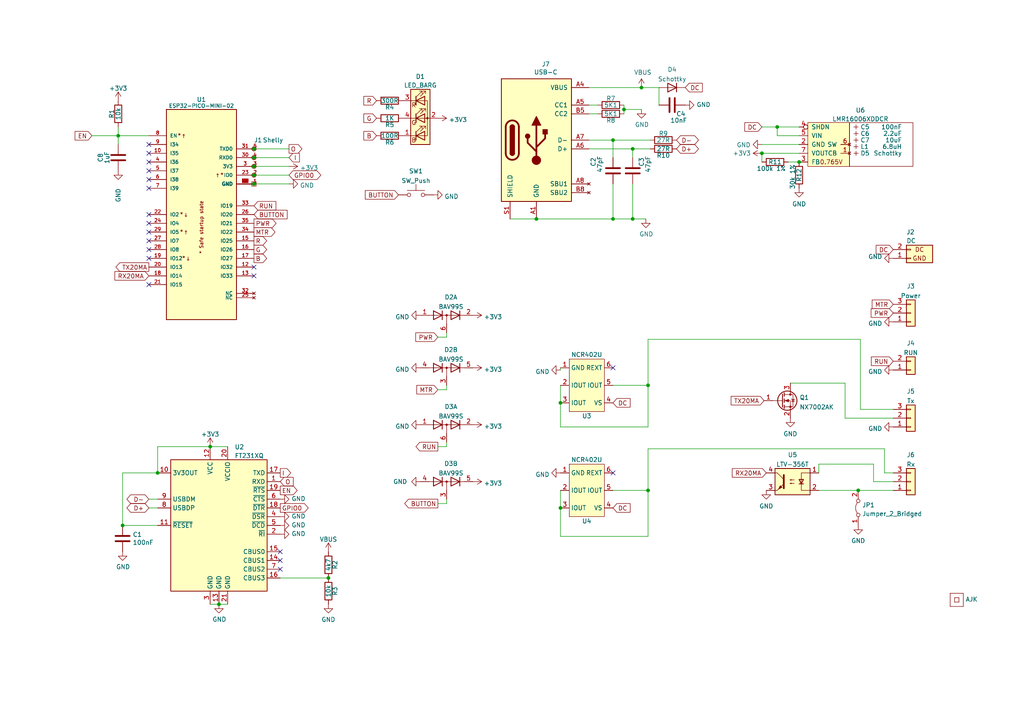
<source format=kicad_sch>
(kicad_sch (version 20230121) (generator eeschema)
  (paper "A4")
  (title_block (title "ASR33 controller") (rev "1") (comment 1 "@TheRealRevK") (comment 2 "www.me.uk"))
  (lib_symbols
    (symbol "Connector_Generic:Conn_01x02" (pin_names (offset 1.016) hide)
      (property "Reference" "J" (at 0 2.54 0))
      (property "Value" "Conn_01x02" (at 0 -5.08 0))
      (symbol "Conn_01x02_1_1"
        (pin passive line (at -5.08 0 0) (length 3.81) (name "Pin_1") (number "1"))
        (pin passive line (at -5.08 -2.54 0) (length 3.81) (name "Pin_2") (number "2"))
      )
    )
    (symbol "Connector_Generic:Conn_01x03" (pin_names (offset 1.016) hide)
      (property "Reference" "J" (at 0 5.08 0))
      (property "Value" "Conn_01x03" (at 0 -5.08 0))
      (symbol "Conn_01x03_1_1"
        (pin passive line (at -5.08 2.54 0) (length 3.81) (name "Pin_1") (number "1"))
        (pin passive line (at -5.08 0 0) (length 3.81) (name "Pin_2") (number "2"))
        (pin passive line (at -5.08 -2.54 0) (length 3.81) (name "Pin_3") (number "3"))
      )
    )
    (symbol "Device:C" (pin_numbers hide) (pin_names (offset 0.254))
      (property "Reference" "C" (at 0.635 2.54 0))
      (property "Value" "C" (at 0.635 -2.54 0))
      (symbol "C_1_1"
        (pin passive line (at 0 3.81 270) (length 2.794) (name "~") (number "1"))
        (pin passive line (at 0 -3.81 90) (length 2.794) (name "~") (number "2"))
      )
    )
    (symbol "Device:D" (pin_numbers hide) (pin_names (offset 1.016) hide)
      (property "Reference" "D" (at 0 2.54 0))
      (property "Value" "D" (at 0 -2.54 0))
      (symbol "D_1_1"
        (pin passive line (at -3.81 0 0) (length 2.54) (name "K") (number "1"))
        (pin passive line (at 3.81 0 180) (length 2.54) (name "A") (number "2"))
      )
    )
    (symbol "Device:LED_BARG" (pin_names (offset 0) hide)
      (property "Reference" "D" (at 0 9.398 0))
      (property "Value" "LED_BARG" (at 0 -8.89 0))
      (symbol "LED_BARG_0_0"
        (text "B" (at -1.905 -6.35 0) (effects (font (size 1.27 1.27))))
        (text "G" (at -1.905 -1.27 0) (effects (font (size 1.27 1.27))))
        (text "R" (at -1.905 3.81 0) (effects (font (size 1.27 1.27))))
      )
      (symbol "LED_BARG_1_1"
        (pin passive line (at -5.08 -5.08 0) (length 2.54) (name "BK") (number "1"))
        (pin passive line (at 5.08 0 180) (length 2.54) (name "A") (number "2"))
        (pin passive line (at -5.08 5.08 0) (length 2.54) (name "RK") (number "3"))
        (pin passive line (at -5.08 0 0) (length 2.54) (name "GK") (number "4"))
      )
    )
    (symbol "Device:R" (pin_numbers hide) (pin_names (offset 0))
      (property "Reference" "R" (at 2.032 0 90))
      (property "Value" "R" (at 0 0 90))
      (symbol "R_1_1"
        (pin passive line (at 0 3.81 270) (length 1.27) (name "~") (number "1"))
        (pin passive line (at 0 -3.81 90) (length 1.27) (name "~") (number "2"))
      )
    )
    (symbol "Diode:BAV99S" (pin_names (offset 0.0254) hide)
      (property "Reference" "D" (at 0 2.54 0))
      (property "Value" "BAV99S" (at 0 5.08 0))
      (symbol "BAV99S_1_1"
        (pin passive line (at -7.62 0 0) (length 2.54) (name "A1") (number "1"))
        (pin passive line (at 7.62 0 180) (length 2.54) (name "K2") (number "2"))
        (pin passive line (at 0 -5.08 90) (length 2.54) (name "K3A4") (number "6"))
      )
      (symbol "BAV99S_2_1"
        (pin passive line (at 0 -5.08 90) (length 2.54) (name "K1A2") (number "3"))
        (pin passive line (at -7.62 0 0) (length 2.54) (name "A3") (number "4"))
        (pin passive line (at 7.62 0 180) (length 2.54) (name "K4") (number "5"))
      )
    )
    (symbol "Isolator:LTV-356T" (pin_names (offset 1.016))
      (property "Reference" "U" (at -5.334 4.826 0))
      (property "Value" "LTV-356T" (at 0 5.08 0))
      (symbol "LTV-356T_1_1"
        (pin passive line (at -7.62 2.54 0) (length 2.54) (name "~") (number "1"))
        (pin passive line (at -7.62 -2.54 0) (length 2.54) (name "~") (number "2"))
        (pin passive line (at 7.62 -2.54 180) (length 2.54) (name "~") (number "3"))
        (pin passive line (at 7.62 2.54 180) (length 2.54) (name "~") (number "4"))
      )
    )
    (symbol "Jumper:Jumper_2_Bridged" (pin_names (offset 0) hide)
      (property "Reference" "JP" (at 0 1.905 0))
      (property "Value" "Jumper_2_Bridged" (at 0 -2.54 0))
      (symbol "Jumper_2_Bridged_1_1"
        (pin passive line (at -5.08 0 0) (length 2.54) (name "A") (number "1"))
        (pin passive line (at 5.08 0 180) (length 2.54) (name "B") (number "2"))
      )
    )
    (symbol "RevK:AJK" (pin_names (offset 1.016)) (in_bom no)
      (property "Value" "AJK" (at 0 0 0))
    )
    (symbol "RevK:ESP32-PICO-MINI-02" (pin_names (offset 1.016))
      (property "Reference" "U" (at -10.16 -33.02 0))
      (property "Value" "ESP32-PICO-MINI-02" (at 0 27.94 0))
      (property "LCSC Part #" "C2980306" (at 0 0 0))
      (symbol "ESP32-PICO-MINI-02_0_0"
        (text "* Safe startup state" (at 0 -11.43 900) (effects (font (size 1 1)) (justify left)))
        (text "*↑" (at -6.985 22.86 0) (effects (font (size 1.27 1.27)) (justify left)))
        (text "*↑" (at -6.35 -5.08 0) (effects (font (size 1.27 1.27)) (justify left)))
        (text "*↓" (at -6.35 0 0) (effects (font (size 1.27 1.27)) (justify left)))
        (text "*↓" (at -5.715 -12.7 0) (effects (font (size 1.27 1.27)) (justify left)))
        (text "↑*" (at 3.81 11.43 0) (effects (font (size 1.27 1.27)) (justify left)))
        (pin power_in line (at 15.24 8.89 180) (length 5.08) (name "GND") (number "1"))
        (pin input line (at -15.24 17.78 0) (length 5.08) (name "I35") (number "10"))
        (pin power_in line (at 15.24 8.89 180) (length 5.08) (name "GND") (number "11"))
        (pin bidirectional line (at 15.24 -15.24 180) (length 5.08) (name "IO32") (number "12"))
        (pin bidirectional line (at 15.24 -17.78 180) (length 5.08) (name "IO33") (number "13"))
        (pin power_in line (at 15.24 8.89 180) (length 5.08) (name "GND") (number "14"))
        (pin bidirectional line (at 15.24 -7.62 180) (length 5.08) (name "IO25") (number "15"))
        (pin bidirectional line (at 15.24 -10.16 180) (length 5.08) (name "IO26") (number "16"))
        (pin bidirectional line (at 15.24 -12.7 180) (length 5.08) (name "IO27") (number "17"))
        (pin bidirectional line (at -15.24 -17.78 0) (length 5.08) (name "IO14") (number "18"))
        (pin bidirectional line (at -15.24 -12.7 0) (length 5.08) (name "IO12") (number "19"))
        (pin power_in line (at 15.24 8.89 180) (length 5.08) (name "GND") (number "2"))
        (pin bidirectional line (at -15.24 -15.24 0) (length 5.08) (name "IO13") (number "20"))
        (pin bidirectional line (at -15.24 -20.32 0) (length 5.08) (name "IO15") (number "21"))
        (pin bidirectional line (at -15.24 0 0) (length 5.08) (name "IO2") (number "22"))
        (pin bidirectional line (at 15.24 11.43 180) (length 5.08) (name "IO0") (number "23"))
        (pin bidirectional line (at -15.24 -2.54 0) (length 5.08) (name "IO4") (number "24"))
        (pin no_connect line (at 15.24 -24.13 180) (length 5.08) (name "NC") (number "25"))
        (pin bidirectional line (at 15.24 0 180) (length 5.08) (name "IO20") (number "26"))
        (pin bidirectional line (at -15.24 -7.62 0) (length 5.08) (name "IO7") (number "27"))
        (pin bidirectional line (at -15.24 -10.16 0) (length 5.08) (name "IO8") (number "28"))
        (pin bidirectional line (at -15.24 -5.08 0) (length 5.08) (name "IO5") (number "29"))
        (pin power_in line (at 15.24 13.97 180) (length 5.08) (name "3V3") (number "3"))
        (pin bidirectional line (at 15.24 16.51 180) (length 5.08) (name "RXD0") (number "30"))
        (pin bidirectional line (at 15.24 19.05 180) (length 5.08) (name "TXD0") (number "31"))
        (pin no_connect line (at 15.24 -22.86 180) (length 5.08) (name "NC") (number "32"))
        (pin bidirectional line (at 15.24 2.54 180) (length 5.08) (name "IO19") (number "33"))
        (pin bidirectional line (at 15.24 -5.08 180) (length 5.08) (name "IO22") (number "34"))
        (pin bidirectional line (at 15.24 -2.54 180) (length 5.08) (name "IO21") (number "35"))
        (pin power_in line (at 15.24 8.89 180) (length 5.08) (name "GND") (number "36"))
        (pin power_in line (at 15.24 8.89 180) (length 5.08) (name "GND") (number "37"))
        (pin power_in line (at 15.24 8.89 180) (length 5.08) (name "GND") (number "38"))
        (pin power_in line (at 15.24 8.89 180) (length 5.08) (name "GND") (number "39"))
        (pin input line (at -15.24 15.24 0) (length 5.08) (name "I36") (number "4"))
        (pin power_in line (at 15.24 8.89 180) (length 5.08) (name "GND") (number "40"))
        (pin power_in line (at 15.24 8.89 180) (length 5.08) (name "GND") (number "41"))
        (pin power_in line (at 15.24 8.89 180) (length 5.08) (name "GND") (number "42"))
        (pin power_in line (at 15.24 8.89 180) (length 5.08) (name "GND") (number "43"))
        (pin power_in line (at 15.24 8.89 180) (length 5.08) (name "GND") (number "44"))
        (pin power_in line (at 15.24 8.89 180) (length 5.08) (name "GND") (number "45"))
        (pin power_in line (at 15.24 8.89 180) (length 5.08) (name "GND") (number "46"))
        (pin power_in line (at 15.24 8.89 180) (length 5.08) (name "GND") (number "47"))
        (pin power_in line (at 15.24 8.89 180) (length 5.08) (name "GND") (number "48"))
        (pin power_in line (at 15.24 8.89 180) (length 5.08) (name "GND") (number "49"))
        (pin input line (at -15.24 12.7 0) (length 5.08) (name "I37") (number "5"))
        (pin power_in line (at 15.24 8.89 180) (length 5.08) (name "GND") (number "50"))
        (pin power_in line (at 15.24 8.89 180) (length 5.08) (name "GND") (number "51"))
        (pin power_in line (at 15.24 8.89 180) (length 5.08) (name "GND") (number "52"))
        (pin power_in line (at 15.24 8.89 180) (length 5.08) (name "GND") (number "53"))
        (pin input line (at -15.24 10.16 0) (length 5.08) (name "I38") (number "6"))
        (pin input line (at -15.24 7.62 0) (length 5.08) (name "I39") (number "7"))
        (pin input line (at -15.24 22.86 0) (length 5.08) (name "EN") (number "8"))
        (pin input line (at -15.24 20.32 0) (length 5.08) (name "I34") (number "9"))
      )
    )
    (symbol "RevK:FT231XQ"
      (property "Reference" "U" (at -13.97 20.32 0))
      (property "Value" "FT231XQ" (at 6.35 20.32 0))
      (symbol "FT231XQ_1_1"
        (pin input line (at 17.78 12.7 180) (length 3.81) (name "RXD") (number "1"))
        (pin passive line (at -17.78 15.24 0) (length 3.81) (name "3V3OUT") (number "10"))
        (pin input line (at -17.78 0 0) (length 3.81) (name "~{RESET}") (number "11"))
        (pin power_in line (at -2.54 22.86 270) (length 3.81) (name "VCC") (number "12"))
        (pin power_in line (at 0 -22.86 90) (length 3.81) (name "GND") (number "13"))
        (pin bidirectional line (at 17.78 -10.16 180) (length 3.81) (name "CBUS1") (number "14"))
        (pin bidirectional line (at 17.78 -7.62 180) (length 3.81) (name "CBUS0") (number "15"))
        (pin bidirectional line (at 17.78 -15.24 180) (length 3.81) (name "CBUS3") (number "16"))
        (pin output line (at 17.78 15.24 180) (length 3.81) (name "TXD") (number "17"))
        (pin output line (at 17.78 5.08 180) (length 3.81) (name "~{DTR}") (number "18"))
        (pin output line (at 17.78 10.16 180) (length 3.81) (name "~{RTS}") (number "19"))
        (pin input line (at 17.78 -2.54 180) (length 3.81) (name "~{RI}") (number "2"))
        (pin power_in line (at 2.54 22.86 270) (length 3.81) (name "VCCIO") (number "20"))
        (pin power_in line (at 2.54 -22.86 90) (length 3.81) (name "GND") (number "21"))
        (pin power_in line (at -2.54 -22.86 90) (length 3.81) (name "GND") (number "3"))
        (pin input line (at 17.78 2.54 180) (length 3.81) (name "~{DSR}") (number "4"))
        (pin input line (at 17.78 0 180) (length 3.81) (name "~{DCD}") (number "5"))
        (pin input line (at 17.78 7.62 180) (length 3.81) (name "~{CTS}") (number "6"))
        (pin bidirectional line (at 17.78 -12.7 180) (length 3.81) (name "CBUS2") (number "7"))
        (pin bidirectional line (at -17.78 5.08 0) (length 3.81) (name "USBDP") (number "8"))
        (pin bidirectional line (at -17.78 7.62 0) (length 3.81) (name "USBDM") (number "9"))
      )
    )
    (symbol "RevK:Hidden" (pin_names (offset 1.016))
      (property "Reference" "Z" (at 0.635 0 0))
      (property "Value" "Hidden" (at 4.445 0 0))
      (symbol "Hidden_1_1"
        (pin no_connect non_logic (at 0 -2.54 90) (length 2.54) hide (name "~") (number "~"))
      )
    )
    (symbol "RevK:LMR16006XDDCR" (pin_names (offset 1.016))
      (property "Reference" "U" (at 11.43 2.54 0))
      (property "Value" "LMR16006XDDCR" (at 7.62 -12.7 0))
      (symbol "LMR16006XDDCR_0_0"
        (text "0.765V" (at 12.7 -10.16 0) (effects (font (size 1.27 1.27)) (justify right)))
      )
      (symbol "LMR16006XDDCR_1_1"
        (pin no_connect line (at 14.605 -7.62 180) (length 2.54) (name "CB") (number "1"))
        (pin power_in line (at 0 -5.08 0) (length 2.54) (name "GND") (number "2"))
        (pin passive line (at 0 -10.16 0) (length 2.54) (name "FB") (number "3"))
        (pin input inverted (at 0 0 0) (length 2.54) (name "SHDN") (number "4"))
        (pin power_in line (at 0 -2.54 0) (length 2.54) (name "VIN") (number "5"))
        (pin no_connect line (at 14.605 -5.08 180) (length 2.54) (name "SW") (number "6"))
        (pin power_out line (at 0 -7.62 0) (length 2.54) (name "VOUT") (number "7"))
      )
    )
    (symbol "RevK:NCR402U"
      (property "Reference" "U" (at 0 -8.89 0))
      (property "Value" "NCR402U" (at 0 8.89 0))
      (symbol "NCR402U_1_1"
        (pin power_in line (at -7.62 5.08 0) (length 2.54) (name "GND") (number "1"))
        (pin passive line (at -7.62 0 0) (length 2.54) (name "IOUT") (number "2"))
        (pin passive line (at -7.62 -5.08 0) (length 2.54) (name "IOUT") (number "3"))
        (pin power_in line (at 7.62 -5.08 180) (length 2.54) (name "VS") (number "4"))
        (pin passive line (at 7.62 0 180) (length 2.54) (name "IOUT") (number "5"))
        (pin passive line (at 7.62 5.08 180) (length 2.54) (name "REXT") (number "6"))
      )
    )
    (symbol "RevK:NX7002AK" (pin_names (offset 0) hide)
      (property "Reference" "Q" (at 5.08 1.27 0))
      (property "Value" "NX7002AK" (at 5.08 -1.27 0))
      (symbol "NX7002AK_1_1"
        (pin input line (at -5.08 0 0) (length 2.54) (name "G") (number "1"))
        (pin passive line (at 2.54 -5.08 90) (length 2.54) (name "S") (number "2"))
        (pin passive line (at 2.54 5.08 270) (length 2.54) (name "D") (number "3"))
      )
    )
    (symbol "RevK:PowerIn" (pin_names (offset 1.016) hide)
      (property "Reference" "J" (at 0 2.54 0))
      (property "Value" "PowerIn" (at 2.54 -5.08 0))
      (symbol "PowerIn_0_0"
        (text "DC" (at 2.54 -2.54 0) (effects (font (size 1.27 1.27))))
        (text "GND" (at 2.54 0 0) (effects (font (size 1.27 1.27))))
      )
      (symbol "PowerIn_1_1"
        (pin power_in line (at -5.08 0 0) (length 3.81) (name "GND") (number "1"))
        (pin power_out line (at -5.08 -2.54 0) (length 3.81) (name "DC") (number "2"))
      )
    )
    (symbol "RevK:QR" (pin_names (offset 1.016)) (in_bom no))
    (symbol "RevK:Shelly" (in_bom no)
      (property "Reference" "J" (at 2.54 -8.255 0))
      (property "Value" "Shelly" (at 2.54 9.525 0))
      (symbol "Shelly_1_1"
        (pin passive line (at 0 -5.08 0) (length 0.64) (name "GND") (number "1"))
        (pin passive line (at 0 -2.54 0) (length 0.64) (name "0") (number "2"))
        (pin passive line (at 0 0 0) (length 0.64) (name "3V3") (number "3"))
        (pin passive line (at 0 2.54 0) (length 0.64) (name "Rx") (number "4"))
        (pin passive line (at 0 5.08 0) (length 0.64) (name "Tx") (number "5"))
      )
    )
    (symbol "RevK:USB-C" (pin_names (offset 1.016))
      (property "Reference" "J" (at -10.16 19.05 0))
      (property "Value" "USB-C" (at -7.62 15.24 0))
      (symbol "USB-C_1_1"
        (pin power_out line (at 0 -22.86 90) (length 5.08) (name "GND") (number "A1"))
        (pin passive line (at 0 -22.86 90) (length 5.08) hide (name "GND") (number "A12"))
        (pin power_out line (at 15.24 15.24 180) (length 5.08) (name "VBUS") (number "A4"))
        (pin bidirectional line (at 15.24 10.16 180) (length 5.08) (name "CC1") (number "A5"))
        (pin bidirectional line (at 15.24 -2.54 180) (length 5.08) (name "D+") (number "A6"))
        (pin bidirectional line (at 15.24 0 180) (length 5.08) (name "D-") (number "A7"))
        (pin no_connect line (at 15.24 -12.7 180) (length 5.08) (name "SBU1") (number "A8"))
        (pin passive line (at 15.24 15.24 180) (length 5.08) hide (name "VBUS") (number "A9"))
        (pin passive line (at 0 -22.86 90) (length 5.08) hide (name "GND") (number "B1"))
        (pin passive line (at 0 -22.86 90) (length 5.08) hide (name "GND") (number "B12"))
        (pin passive line (at 15.24 15.24 180) (length 5.08) hide (name "VBUS") (number "B4"))
        (pin bidirectional line (at 15.24 7.62 180) (length 5.08) (name "CC2") (number "B5"))
        (pin bidirectional line (at 15.24 -2.54 180) (length 5.08) hide (name "D+") (number "B6"))
        (pin bidirectional line (at 15.24 0 180) (length 5.08) hide (name "D-") (number "B7"))
        (pin no_connect line (at 15.24 -15.24 180) (length 5.08) (name "SBU2") (number "B8"))
        (pin passive line (at 15.24 15.24 180) (length 5.08) hide (name "VBUS") (number "B9"))
        (pin passive line (at -7.62 -22.86 90) (length 5.08) (name "SHIELD") (number "S1"))
      )
    )
    (symbol "Switch:SW_Push" (pin_numbers hide) (pin_names (offset 1.016) hide)
      (property "Reference" "SW" (at 1.27 2.54 0))
      (property "Value" "SW_Push" (at 0 -1.524 0))
      (symbol "SW_Push_0_1"
        (pin passive line (at -5.08 0 0) (length 2.54) (name "1") (number "1"))
        (pin passive line (at 5.08 0 180) (length 2.54) (name "2") (number "2"))
      )
    )
    (symbol "power:+3.3V" (power) (pin_names (offset 0))
      (property "Value" "+3.3V" (at 0 3.556 0))
      (symbol "+3.3V_1_1"
        (pin power_in line (at 0 0 90) (length 0) hide (name "+3V3") (number "1"))
      )
    )
    (symbol "power:GND" (power) (pin_names (offset 0))
      (property "Value" "GND" (at 0 -3.81 0))
      (symbol "GND_1_1"
        (pin power_in line (at 0 0 270) (length 0) hide (name "GND") (number "1"))
      )
    )
    (symbol "power:VBUS" (power) (pin_names (offset 0))
      (property "Value" "VBUS" (at 0 3.81 0))
      (symbol "VBUS_1_1"
        (pin power_in line (at 0 0 90) (length 0) hide (name "VBUS") (number "1"))
      )
    )
  )
  (junction (at 183.515 43.18))
  (junction (at 34.29 39.37))
  (junction (at 73.66 48.26))
  (junction (at 183.515 63.5))
  (junction (at 162.56 116.84))
  (junction (at 60.96 129.54))
  (junction (at 225.425 36.83))
  (junction (at 231.775 46.99))
  (junction (at 45.72 137.16))
  (junction (at 73.66 45.72))
  (junction (at 95.25 167.64))
  (junction (at 73.66 43.18))
  (junction (at 155.575 63.5))
  (junction (at 248.92 142.24))
  (junction (at 73.66 53.34))
  (junction (at 63.5 175.26))
  (junction (at 35.56 152.4))
  (junction (at 220.98 44.45))
  (junction (at 73.66 50.8))
  (junction (at 187.96 142.24))
  (junction (at 177.8 63.5))
  (junction (at 187.96 111.76))
  (junction (at 186.055 25.4))
  (junction (at 177.8 40.64))
  (junction (at 162.56 147.32))
  (junction (at 180.975 31.75))
  (no_connect (at 177.8 106.68))
  (no_connect (at 43.18 74.93))
  (no_connect (at 43.18 62.23))
  (no_connect (at 43.18 67.31))
  (no_connect (at 81.28 165.1))
  (no_connect (at 43.18 41.91))
  (no_connect (at 43.18 44.45))
  (no_connect (at 43.18 46.99))
  (no_connect (at 43.18 49.53))
  (no_connect (at 43.18 52.07))
  (no_connect (at 43.18 54.61))
  (no_connect (at 43.18 64.77))
  (no_connect (at 43.18 69.85))
  (no_connect (at 43.18 82.55))
  (no_connect (at 43.18 72.39))
  (no_connect (at 73.66 80.01))
  (no_connect (at 73.66 77.47))
  (no_connect (at 177.8 137.16))
  (no_connect (at 81.28 160.02))
  (no_connect (at 81.28 162.56))
  (wire (pts (xy 225.425 39.37) (xy 231.775 39.37)))
  (wire (pts (xy 129.54 146.05) (xy 127 146.05)))
  (wire (pts (xy 183.515 43.18) (xy 188.595 43.18)))
  (wire (pts (xy 177.8 53.34) (xy 177.8 63.5)))
  (wire (pts (xy 35.56 152.4) (xy 45.72 152.4)))
  (wire (pts (xy 180.975 31.75) (xy 180.975 33.02)))
  (wire (pts (xy 187.96 98.425) (xy 249.555 98.425)))
  (wire (pts (xy 186.055 25.4) (xy 191.135 25.4)))
  (wire (pts (xy 245.11 111.125) (xy 245.11 121.285)))
  (wire (pts (xy 162.56 147.32) (xy 162.56 155.575)))
  (wire (pts (xy 187.96 142.24) (xy 187.96 155.575)))
  (wire (pts (xy 129.54 128.27) (xy 129.54 129.54)))
  (wire (pts (xy 183.515 63.5) (xy 187.325 63.5)))
  (wire (pts (xy 129.54 144.78) (xy 129.54 146.05)))
  (wire (pts (xy 191.135 25.4) (xy 191.135 30.48)))
  (wire (pts (xy 237.49 137.16) (xy 237.49 134.62)))
  (wire (pts (xy 170.815 40.64) (xy 177.8 40.64)))
  (wire (pts (xy 81.28 167.64) (xy 95.25 167.64)))
  (wire (pts (xy 162.56 106.68) (xy 162.56 107.315)))
  (wire (pts (xy 73.66 43.18) (xy 83.82 43.18)))
  (wire (pts (xy 225.425 36.83) (xy 231.775 36.83)))
  (wire (pts (xy 220.98 44.45) (xy 220.98 46.99)))
  (wire (pts (xy 35.56 152.4) (xy 35.56 137.16)))
  (wire (pts (xy 162.56 142.24) (xy 162.56 147.32)))
  (wire (pts (xy 162.56 111.76) (xy 162.56 116.84)))
  (wire (pts (xy 187.96 142.24) (xy 187.96 130.175)))
  (wire (pts (xy 73.66 45.72) (xy 83.82 45.72)))
  (wire (pts (xy 170.815 43.18) (xy 183.515 43.18)))
  (wire (pts (xy 249.555 118.745) (xy 259.08 118.745)))
  (wire (pts (xy 170.815 30.48) (xy 173.355 30.48)))
  (wire (pts (xy 129.54 113.03) (xy 127 113.03)))
  (wire (pts (xy 237.49 134.62) (xy 253.365 134.62)))
  (wire (pts (xy 253.365 139.7) (xy 259.08 139.7)))
  (wire (pts (xy 183.515 43.18) (xy 183.515 45.72)))
  (wire (pts (xy 45.72 137.16) (xy 45.72 129.54)))
  (wire (pts (xy 187.96 111.76) (xy 187.96 123.825)))
  (wire (pts (xy 26.67 39.37) (xy 34.29 39.37)))
  (wire (pts (xy 155.575 63.5) (xy 177.8 63.5)))
  (wire (pts (xy 177.8 63.5) (xy 183.515 63.5)))
  (wire (pts (xy 186.055 31.75) (xy 180.975 31.75)))
  (wire (pts (xy 63.5 175.26) (xy 66.04 175.26)))
  (wire (pts (xy 177.8 111.76) (xy 187.96 111.76)))
  (wire (pts (xy 34.29 36.83) (xy 34.29 39.37)))
  (wire (pts (xy 220.98 41.91) (xy 231.775 41.91)))
  (wire (pts (xy 45.72 144.78) (xy 43.18 144.78)))
  (wire (pts (xy 245.11 121.285) (xy 259.08 121.285)))
  (wire (pts (xy 187.96 111.76) (xy 187.96 98.425)))
  (wire (pts (xy 228.6 46.99) (xy 231.775 46.99)))
  (wire (pts (xy 180.975 30.48) (xy 180.975 31.75)))
  (wire (pts (xy 177.8 142.24) (xy 187.96 142.24)))
  (wire (pts (xy 237.49 142.24) (xy 248.92 142.24)))
  (wire (pts (xy 129.54 129.54) (xy 127 129.54)))
  (wire (pts (xy 45.72 129.54) (xy 60.96 129.54)))
  (wire (pts (xy 220.98 44.45) (xy 231.775 44.45)))
  (wire (pts (xy 162.56 123.825) (xy 187.96 123.825)))
  (wire (pts (xy 129.54 111.76) (xy 129.54 113.03)))
  (wire (pts (xy 60.96 129.54) (xy 66.04 129.54)))
  (wire (pts (xy 34.29 41.91) (xy 34.29 39.37)))
  (wire (pts (xy 162.56 155.575) (xy 187.96 155.575)))
  (wire (pts (xy 170.815 33.02) (xy 173.355 33.02)))
  (wire (pts (xy 248.92 142.24) (xy 259.08 142.24)))
  (wire (pts (xy 220.98 36.83) (xy 225.425 36.83)))
  (wire (pts (xy 129.54 97.79) (xy 127 97.79)))
  (wire (pts (xy 73.66 48.26) (xy 83.82 48.26)))
  (wire (pts (xy 229.235 111.125) (xy 245.11 111.125)))
  (wire (pts (xy 43.18 147.32) (xy 45.72 147.32)))
  (wire (pts (xy 225.425 36.83) (xy 225.425 39.37)))
  (wire (pts (xy 73.66 50.8) (xy 83.82 50.8)))
  (wire (pts (xy 249.555 98.425) (xy 249.555 118.745)))
  (wire (pts (xy 129.54 96.52) (xy 129.54 97.79)))
  (wire (pts (xy 147.955 63.5) (xy 155.575 63.5)))
  (wire (pts (xy 253.365 134.62) (xy 253.365 139.7)))
  (wire (pts (xy 183.515 53.34) (xy 183.515 63.5)))
  (wire (pts (xy 35.56 137.16) (xy 45.72 137.16)))
  (wire (pts (xy 60.96 175.26) (xy 63.5 175.26)))
  (wire (pts (xy 162.56 116.84) (xy 162.56 123.825)))
  (wire (pts (xy 170.815 25.4) (xy 186.055 25.4)))
  (wire (pts (xy 73.66 53.34) (xy 83.82 53.34)))
  (wire (pts (xy 34.29 39.37) (xy 43.18 39.37)))
  (wire (pts (xy 256.54 130.175) (xy 256.54 137.16)))
  (wire (pts (xy 177.8 40.64) (xy 177.8 45.72)))
  (wire (pts (xy 177.8 40.64) (xy 188.595 40.64)))
  (wire (pts (xy 187.96 130.175) (xy 256.54 130.175)))
  (wire (pts (xy 256.54 137.16) (xy 259.08 137.16)))
  (global_label "MTR" (shape input) (at 127 113.03 180) (property "Intersheetrefs" "${INTERSHEET_REFS}" (effects hide)))
  (global_label "D-" (shape bidirectional) (at 43.18 144.78 180) (property "Intersheetrefs" "${INTERSHEET_REFS}" (effects hide)))
  (global_label "B" (shape input) (at 109.22 39.37 180) (property "Intersheetrefs" "${INTERSHEET_REFS}" (effects hide)))
  (global_label "DC" (shape input) (at 220.98 36.83 180) (property "Intersheetrefs" "${INTERSHEET_REFS}" (effects hide)))
  (global_label "RUN" (shape output) (at 127 129.54 180) (property "Intersheetrefs" "${INTERSHEET_REFS}" (effects hide)))
  (global_label "EN" (shape input) (at 26.67 39.37 180) (property "Intersheetrefs" "${INTERSHEET_REFS}" (effects hide)))
  (global_label "GPIO0" (shape bidirectional) (at 83.82 50.8 0) (property "Intersheetrefs" "${INTERSHEET_REFS}" (effects hide)))
  (global_label "RUN" (shape input) (at 259.08 104.775 180) (property "Intersheetrefs" "${INTERSHEET_REFS}" (effects hide)))
  (global_label "BUTTON" (shape input) (at 73.66 62.23 0) (property "Intersheetrefs" "${INTERSHEET_REFS}" (effects hide)))
  (global_label "RX20MA" (shape input) (at 43.18 80.01 180) (property "Intersheetrefs" "${INTERSHEET_REFS}" (effects hide)))
  (global_label "PWR" (shape input) (at 259.08 90.805 180) (property "Intersheetrefs" "${INTERSHEET_REFS}" (effects hide)))
  (global_label "O" (shape output) (at 83.82 43.18 0) (property "Intersheetrefs" "${INTERSHEET_REFS}" (effects hide)))
  (global_label "MTR" (shape output) (at 73.66 67.31 0) (property "Intersheetrefs" "${INTERSHEET_REFS}" (effects hide)))
  (global_label "RX20MA" (shape input) (at 222.25 137.16 180) (property "Intersheetrefs" "${INTERSHEET_REFS}" (effects hide)))
  (global_label "DC" (shape input) (at 177.8 147.32 0) (property "Intersheetrefs" "${INTERSHEET_REFS}" (effects hide)))
  (global_label "D+" (shape bidirectional) (at 196.215 43.18 0) (property "Intersheetrefs" "${INTERSHEET_REFS}" (effects hide)))
  (global_label "PWR" (shape output) (at 73.66 64.77 0) (property "Intersheetrefs" "${INTERSHEET_REFS}" (effects hide)))
  (global_label "G" (shape output) (at 73.66 72.39 0) (property "Intersheetrefs" "${INTERSHEET_REFS}" (effects hide)))
  (global_label "D+" (shape bidirectional) (at 43.18 147.32 180) (property "Intersheetrefs" "${INTERSHEET_REFS}" (effects hide)))
  (global_label "I" (shape input) (at 83.82 45.72 0) (property "Intersheetrefs" "${INTERSHEET_REFS}" (effects hide)))
  (global_label "PWR" (shape input) (at 127 97.79 180) (property "Intersheetrefs" "${INTERSHEET_REFS}" (effects hide)))
  (global_label "D-" (shape bidirectional) (at 196.215 40.64 0) (property "Intersheetrefs" "${INTERSHEET_REFS}" (effects hide)))
  (global_label "BUTTON" (shape output) (at 127 146.05 180) (property "Intersheetrefs" "${INTERSHEET_REFS}" (effects hide)))
  (global_label "TX20MA" (shape output) (at 43.18 77.47 180) (property "Intersheetrefs" "${INTERSHEET_REFS}" (effects hide)))
  (global_label "GPIO0" (shape output) (at 81.28 147.32 0) (property "Intersheetrefs" "${INTERSHEET_REFS}" (effects hide)))
  (global_label "MTR" (shape input) (at 259.08 88.265 180) (property "Intersheetrefs" "${INTERSHEET_REFS}" (effects hide)))
  (global_label "DC" (shape input) (at 259.08 72.39 180) (property "Intersheetrefs" "${INTERSHEET_REFS}" (effects hide)))
  (global_label "R" (shape output) (at 73.66 69.85 0) (property "Intersheetrefs" "${INTERSHEET_REFS}" (effects hide)))
  (global_label "DC" (shape input) (at 198.755 25.4 0) (property "Intersheetrefs" "${INTERSHEET_REFS}" (effects hide)))
  (global_label "DC" (shape input) (at 177.8 116.84 0) (property "Intersheetrefs" "${INTERSHEET_REFS}" (effects hide)))
  (global_label "EN" (shape output) (at 81.28 142.24 0) (property "Intersheetrefs" "${INTERSHEET_REFS}" (effects hide)))
  (global_label "G" (shape input) (at 109.22 34.29 180) (property "Intersheetrefs" "${INTERSHEET_REFS}" (effects hide)))
  (global_label "R" (shape input) (at 109.22 29.21 180) (property "Intersheetrefs" "${INTERSHEET_REFS}" (effects hide)))
  (global_label "I" (shape output) (at 81.28 137.16 0) (property "Intersheetrefs" "${INTERSHEET_REFS}" (effects hide)))
  (global_label "BUTTON" (shape input) (at 115.57 56.515 180) (property "Intersheetrefs" "${INTERSHEET_REFS}" (effects hide)))
  (global_label "RUN" (shape input) (at 73.66 59.69 0) (property "Intersheetrefs" "${INTERSHEET_REFS}" (effects hide)))
  (global_label "B" (shape output) (at 73.66 74.93 0) (property "Intersheetrefs" "${INTERSHEET_REFS}" (effects hide)))
  (global_label "TX20MA" (shape input) (at 221.615 116.205 180) (property "Intersheetrefs" "${INTERSHEET_REFS}" (effects hide)))
  (global_label "O" (shape input) (at 81.28 139.7 0) (property "Intersheetrefs" "${INTERSHEET_REFS}" (effects hide)))
  (symbol (lib_id "Device:R") (at 177.165 30.48 90) (unit 1)
    (property "Reference" "R7" (at 177.165 28.575 90))
    (property "Value" "5K1" (at 177.165 30.48 90))
    (property "Footprint" "RevK:R_0603" (effects hide))
  )
  (symbol (lib_id "power:VBUS") (at 186.055 25.4 0) (unit 1)
    (property "Reference" "#PWR025" (effects hide))
    (property "Value" "VBUS" (at 186.436 21.0058 0))
  )
  (symbol (lib_id "power:GND") (at 186.055 31.75 0) (unit 1)
    (property "Reference" "#PWR026" (effects hide))
    (property "Value" "GND" (at 186.182 36.1442 0))
  )
  (symbol (lib_id "power:GND") (at 187.325 63.5 0) (unit 1)
    (property "Reference" "#PWR027" (effects hide))
    (property "Value" "GND" (at 187.452 67.8942 0))
  )
  (symbol (lib_id "Device:R") (at 177.165 33.02 270) (unit 1)
    (property "Reference" "R8" (at 177.165 34.925 90))
    (property "Value" "5K1" (at 177.165 33.02 90))
    (property "Footprint" "RevK:R_0603" (effects hide))
  )
  (symbol (lib_id "power:GND") (at 81.28 144.78 90) (unit 1)
    (property "Reference" "#PWR07" (effects hide))
    (property "Value" "GND" (at 84.5312 144.653 90) (effects (justify right)))
  )
  (symbol (lib_id "power:GND") (at 81.28 149.86 90) (unit 1)
    (property "Reference" "#PWR08" (effects hide))
    (property "Value" "GND" (at 84.5312 149.733 90) (effects (justify right)))
  )
  (symbol (lib_id "power:GND") (at 81.28 152.4 90) (unit 1)
    (property "Reference" "#PWR09" (effects hide))
    (property "Value" "GND" (at 84.5312 152.273 90) (effects (justify right)))
  )
  (symbol (lib_id "power:GND") (at 81.28 154.94 90) (unit 1)
    (property "Reference" "#PWR010" (effects hide))
    (property "Value" "GND" (at 84.5312 154.813 90) (effects (justify right)))
  )
  (symbol (lib_id "power:GND") (at 63.5 175.26 0) (unit 1)
    (property "Reference" "#PWR04" (effects hide))
    (property "Value" "GND" (at 63.627 179.6542 0))
  )
  (symbol (lib_id "Device:C") (at 35.56 156.21 0) (unit 1)
    (property "Reference" "C1" (at 38.481 155.0416 0) (effects (justify left)))
    (property "Value" "100nF" (at 38.481 157.353 0) (effects (justify left)))
    (property "Footprint" "RevK:C_0603" (effects hide))
  )
  (symbol (lib_id "power:GND") (at 35.56 160.02 0) (unit 1)
    (property "Reference" "#PWR01" (effects hide))
    (property "Value" "GND" (at 35.687 164.4142 0))
  )
  (symbol (lib_id "Device:C") (at 194.945 30.48 270) (unit 1)
    (property "Reference" "C4" (at 197.485 33.02 90))
    (property "Value" "10nF" (at 196.85 34.925 90))
    (property "Footprint" "RevK:C_0603" (effects hide))
  )
  (symbol (lib_id "power:GND") (at 198.755 30.48 90) (unit 1)
    (property "Reference" "#PWR028" (effects hide))
    (property "Value" "GND" (at 202.0062 30.353 90) (effects (justify right)))
  )
  (symbol (lib_id "Device:C") (at 177.8 49.53 0) (unit 1)
    (property "Reference" "C2" (at 172.085 46.99 90))
    (property "Value" "47pF" (at 173.99 47.625 90))
    (property "Footprint" "RevK:C_0603" (effects hide))
  )
  (symbol (lib_id "Device:C") (at 183.515 49.53 0) (unit 1)
    (property "Reference" "C3" (at 186.055 46.99 90))
    (property "Value" "47pF" (at 187.96 47.625 90))
    (property "Footprint" "RevK:C_0603" (effects hide))
  )
  (symbol (lib_id "Device:R") (at 192.405 40.64 90) (unit 1)
    (property "Reference" "R9" (at 192.405 38.735 90))
    (property "Value" "27R" (at 192.405 40.64 90))
    (property "Footprint" "RevK:R_0603" (effects hide))
  )
  (symbol (lib_id "Device:R") (at 192.405 43.18 270) (unit 1)
    (property "Reference" "R10" (at 192.405 45.085 90))
    (property "Value" "27R" (at 192.405 43.18 90))
    (property "Footprint" "RevK:R_0603" (effects hide))
  )
  (symbol (lib_id "Device:R") (at 95.25 163.83 0) (unit 1)
    (property "Reference" "R2" (at 97.155 163.83 90))
    (property "Value" "4k7" (at 95.25 163.83 90))
    (property "Footprint" "RevK:R_0603" (effects hide))
  )
  (symbol (lib_id "power:GND") (at 34.29 49.53 0) (unit 1)
    (property "Reference" "#PWR018" (effects hide))
    (property "Value" "GND" (at 34.29 54.61 90) (effects (justify right)))
  )
  (symbol (lib_id "Diode:BAV99S") (at 129.54 91.44 0) (unit 1)
    (property "Reference" "D2" (at 130.81 86.2035 0))
    (property "Value" "BAV99S" (at 130.81 88.9786 0))
    (property "Footprint" "Package_TO_SOT_SMD:SOT-363_SC-70-6" (effects hide))
    (property "Datasheet" "https://assets.nexperia.com/documents/data-sheet/BAV99_SER.pdf" (effects hide))
    (property "JLCPCB Rotation Offset" "-90" (effects hide))
  )
  (symbol (lib_id "RevK:QR") (at 277.495 173.99 0) (unit 1) (in_bom no)
    (property "Reference" "U7" (effects hide))
    (property "Value" "QR" (effects hide))
    (property "Footprint" "RevK:QR-ASR33" (effects hide))
    (property "Note" "Non part, PCB printed" (effects hide))
  )
  (symbol (lib_id "Device:R") (at 231.775 50.8 180) (unit 1)
    (property "Reference" "R12" (at 231.775 50.8 90))
    (property "Value" "30k 1%" (at 229.87 47.625 90) (effects (justify left)))
    (property "Footprint" "RevK:R_0603" (effects hide))
    (property "LCSC Part #" "C100001" (effects hide))
  )
  (symbol (lib_id "power:GND") (at 248.92 152.4 0) (unit 1)
    (property "Reference" "#PWR034" (effects hide))
    (property "Value" "GND" (at 248.92 156.8434 0))
  )
  (symbol (lib_id "RevK:PowerIn") (at 264.16 74.93 0) (mirror x) (unit 1)
    (property "Reference" "J2" (at 262.89 67.31 0) (effects (justify left)))
    (property "Value" "DC" (at 262.89 69.85 0) (effects (justify left)))
    (property "Footprint" "RevK:PTSM-HH1-2-RA" (effects hide))
  )
  (symbol (lib_id "power:GND") (at 231.775 54.61 0) (unit 1)
    (property "Reference" "#PWR0104" (effects hide))
    (property "Value" "GND" (at 231.775 59.1725 0))
  )
  (symbol (lib_id "power:GND") (at 121.92 106.68 270) (unit 1)
    (property "Reference" "#PWR014" (effects hide))
    (property "Value" "GND" (at 118.7451 107.159 90) (effects (justify right)))
  )
  (symbol (lib_id "power:VBUS") (at 95.25 160.02 0) (unit 1)
    (property "Reference" "#PWR011" (effects hide))
    (property "Value" "VBUS" (at 95.25 156.4442 0))
  )
  (symbol (lib_id "RevK:AJK") (at 279.4 173.355 0) (unit 1) (in_bom no)
    (property "Reference" "Logo1" (effects hide))
    (property "Value" "AJK" (at 280.035 173.834 0) (effects (justify left)))
    (property "Footprint" "RevK:AJK" (effects hide))
    (property "Note" "Non part, PCB printed" (effects hide))
  )
  (symbol (lib_id "Jumper:Jumper_2_Bridged") (at 248.92 147.32 90) (unit 1) (in_bom no)
    (property "Reference" "JP1" (at 250.063 146.4853 90) (effects (justify right)))
    (property "Value" "Jumper_2_Bridged" (at 250.063 149.0222 90) (effects (justify right)))
    (property "Footprint" "RevK:Pad_1206_0805_Bridged" (effects hide))
  )
  (symbol (lib_id "Isolator:LTV-356T") (at 229.87 139.7 0) (mirror y) (unit 1)
    (property "Reference" "U5" (at 229.87 131.9235 0))
    (property "Value" "LTV-356T" (at 229.87 134.6986 0))
    (property "Footprint" "RevK:SO-4_4.4x3.6mm_P2.54mm" (effects hide))
    (property "Datasheet" "http://optoelectronics.liteon.com/upload/download/DS70-2001-010/S_110_LTV-356T%2020140520.pdf" (effects hide))
    (property "JLCPCB Rotation Offset" "-90" (effects hide))
  )
  (symbol (lib_id "Device:R") (at 113.03 39.37 270) (unit 1)
    (property "Reference" "R6" (at 113.03 41.275 90))
    (property "Value" "100R" (at 113.03 39.37 90))
    (property "Footprint" "RevK:R_0603" (effects hide))
    (property "Part No" "0603-220R" (effects hide))
  )
  (symbol (lib_id "Diode:BAV99S") (at 129.54 123.19 0) (unit 1)
    (property "Reference" "D3" (at 130.81 117.9535 0))
    (property "Value" "BAV99S" (at 130.81 120.7286 0))
    (property "Footprint" "Package_TO_SOT_SMD:SOT-363_SC-70-6" (effects hide))
    (property "Datasheet" "https://assets.nexperia.com/documents/data-sheet/BAV99_SER.pdf" (effects hide))
    (property "JLCPCB Rotation Offset" "-90" (effects hide))
  )
  (symbol (lib_id "Device:R") (at 95.25 171.45 0) (unit 1)
    (property "Reference" "R3" (at 97.155 171.45 90))
    (property "Value" "10k" (at 95.25 171.45 90))
    (property "Footprint" "RevK:R_0603" (effects hide))
  )
  (symbol (lib_id "Switch:SW_Push") (at 120.65 56.515 0) (mirror y) (unit 1)
    (property "Reference" "SW1" (at 120.65 49.6275 0))
    (property "Value" "SW_Push" (at 120.65 52.4026 0))
    (property "Footprint" "RevK:SW_PUSH_6mm_PTH" (effects hide))
  )
  (symbol (lib_id "Device:R") (at 34.29 33.02 180) (unit 1)
    (property "Reference" "R1" (at 32.385 33.02 90))
    (property "Value" "10k" (at 34.29 33.02 90))
    (property "Footprint" "RevK:R_0603" (effects hide))
  )
  (symbol (lib_id "RevK:NX7002AK") (at 226.695 116.205 0) (unit 1)
    (property "Reference" "Q1" (at 231.902 115.2965 0) (effects (justify left)))
    (property "Value" "NX7002AK" (at 231.902 118.0716 0) (effects (justify left)))
    (property "Footprint" "RevK:SOT-23" (effects hide))
    (property "JLCPCB Rotation Offset" "180" (effects hide))
  )
  (symbol (lib_id "RevK:ESP32-PICO-MINI-02") (at 58.42 62.23 0) (unit 1)
    (property "Reference" "U1" (at 58.42 28.8785 0))
    (property "Value" "ESP32-PICO-MINI-02" (at 58.42 30.6879 0) (effects (font (size 1.1 1.1))))
    (property "Footprint" "RevK:ESP32-PICO-MINI-02" (effects hide))
    (property "MANUFACTURER" "Espressif" (effects hide))
    (property "MAXIMUM_PACKAGE_HEIGHT" "2.55mm" (effects hide))
    (property "PARTREV" "v1.0" (effects hide))
    (property "STANDARD" "Manufacturer Recommendations" (effects hide))
    (property "LCSC Part #" "C2980306" (effects hide))
  )
  (symbol (lib_id "Connector_Generic:Conn_01x03") (at 264.16 139.7 0) (mirror x) (unit 1)
    (property "Reference" "J6" (at 264.16 131.9235 0))
    (property "Value" "Rx" (at 264.16 134.6986 0))
    (property "Footprint" "RevK:PTSM-HH1-3-RA" (effects hide))
  )
  (symbol (lib_id "power:GND") (at 121.92 139.7 270) (unit 1)
    (property "Reference" "#PWR015" (effects hide))
    (property "Value" "GND" (at 118.11 139.7 90) (effects (justify right)))
  )
  (symbol (lib_id "RevK:Hidden") (at 248.285 42.545 0) (unit 1)
    (property "Reference" "L1" (at 249.555 42.545 0) (effects (justify left)))
    (property "Value" "6.8uH" (at 261.62 42.545 0) (effects (justify right)))
    (property "Footprint" "RevK:L_4x4_" (effects hide))
    (property "LCSC Part #" "C354575" (effects hide))
  )
  (symbol (lib_id "power:GND") (at 121.92 123.19 270) (unit 1)
    (property "Reference" "#PWR016" (effects hide))
    (property "Value" "GND" (at 118.7451 123.669 90) (effects (justify right)))
  )
  (symbol (lib_id "Diode:BAV99S") (at 129.54 139.7 0) (unit 2)
    (property "Reference" "D3" (at 130.81 134.4635 0))
    (property "Value" "BAV99S" (at 130.81 137.2386 0))
    (property "Footprint" "Package_TO_SOT_SMD:SOT-363_SC-70-6" (effects hide))
    (property "Datasheet" "https://assets.nexperia.com/documents/data-sheet/BAV99_SER.pdf" (effects hide))
    (property "JLCPCB Rotation Offset" "-90" (effects hide))
  )
  (symbol (lib_id "Connector_Generic:Conn_01x03") (at 264.16 121.285 0) (mirror x) (unit 1)
    (property "Reference" "J5" (at 264.16 113.5085 0))
    (property "Value" "Tx" (at 264.16 116.2836 0))
    (property "Footprint" "RevK:PTSM-HH1-3-RA" (effects hide))
  )
  (symbol (lib_id "power:GND") (at 229.235 121.285 0) (unit 1)
    (property "Reference" "#PWR032" (effects hide))
    (property "Value" "GND" (at 229.235 125.8475 0))
  )
  (symbol (lib_id "RevK:Hidden") (at 248.285 36.83 0) (unit 1)
    (property "Reference" "C5" (at 249.555 36.83 0) (effects (justify left)))
    (property "Value" "100nF" (at 261.62 36.83 0) (effects (justify right)))
    (property "Footprint" "RevK:C_0603_" (effects hide))
    (property "Note" "X7R or X5R 0603" (effects hide))
    (property "LCSC Part #" "C30926" (effects hide))
  )
  (symbol (lib_id "power:GND") (at 220.98 41.91 270) (unit 1)
    (property "Reference" "#PWR0102" (effects hide))
    (property "Value" "GND" (at 217.7288 42.037 90) (effects (justify right)))
  )
  (symbol (lib_id "power:+3.3V") (at 127 34.29 270) (unit 1)
    (property "Reference" "#PWR0101" (effects hide))
    (property "Value" "+3.3V" (at 130.175 34.7238 90) (effects (justify left)))
  )
  (symbol (lib_id "power:+3.3V") (at 34.29 29.21 0) (unit 1)
    (property "Reference" "#PWR02" (effects hide))
    (property "Value" "+3.3V" (at 34.29 25.6342 0))
  )
  (symbol (lib_id "RevK:LMR16006XDDCR") (at 231.775 36.83 0) (unit 1)
    (property "Reference" "U6" (at 249.555 31.9872 0))
    (property "Value" "LMR16006XDDCR" (at 249.555 34.5241 0))
    (property "Footprint" "RevK:SOT-23-Thin-6-Reg" (effects hide))
    (property "Manufacturer" "TI" (effects hide))
    (property "Part No" "LMR16006XDDCR" (effects hide))
    (property "LCSC Part #" "C87080" (effects hide))
    (property "JLCPCB Rotation Offset" "90" (effects hide))
  )
  (symbol (lib_id "power:GND") (at 259.08 123.825 270) (unit 1)
    (property "Reference" "#PWR038" (effects hide))
    (property "Value" "GND" (at 255.9051 124.304 90) (effects (justify right)))
  )
  (symbol (lib_id "RevK:Hidden") (at 248.285 40.64 0) (unit 1)
    (property "Reference" "C7" (at 249.555 40.64 0) (effects (justify left)))
    (property "Value" "10uF" (at 261.62 40.64 0) (effects (justify right)))
    (property "Footprint" "RevK:C_0805_" (effects hide))
    (property "LCSC Part #" "C17024" (effects hide))
  )
  (symbol (lib_id "power:GND") (at 259.08 107.315 270) (unit 1)
    (property "Reference" "#PWR037" (effects hide))
    (property "Value" "GND" (at 255.9051 107.794 90) (effects (justify right)))
  )
  (symbol (lib_id "Device:R") (at 224.79 46.99 90) (unit 1)
    (property "Reference" "R11" (at 224.79 46.99 90))
    (property "Value" "100k 1%" (at 227.965 48.895 90) (effects (justify left)))
    (property "Footprint" "RevK:R_0603" (effects hide))
    (property "LCSC Part #" "C14675" (effects hide))
  )
  (symbol (lib_id "Connector_Generic:Conn_01x02") (at 264.16 107.315 0) (mirror x) (unit 1)
    (property "Reference" "J4" (at 264.16 99.5385 0))
    (property "Value" "RUN" (at 264.16 102.3136 0))
    (property "Footprint" "RevK:PTSM-HH1-2-RA" (effects hide))
  )
  (symbol (lib_id "power:GND") (at 162.56 137.16 270) (unit 1)
    (property "Reference" "#PWR024" (effects hide))
    (property "Value" "GND" (at 159.3851 137.639 90) (effects (justify right)))
  )
  (symbol (lib_id "power:+3.3V") (at 83.82 48.26 270) (unit 1)
    (property "Reference" "#PWR05" (effects hide))
    (property "Value" "+3.3V" (at 86.995 48.6938 90) (effects (justify left)))
  )
  (symbol (lib_id "RevK:Hidden") (at 248.285 44.45 0) (unit 1)
    (property "Reference" "D5" (at 249.555 44.45 0) (effects (justify left)))
    (property "Value" "Schottky" (at 261.62 44.45 0) (effects (justify right)))
    (property "Footprint" "RevK:D_1206_" (effects hide))
    (property "Datasheet" "https://www.mouser.co.uk/datasheet/2/54/CD1206-B220_B2100-777245.pdf" (effects hide))
    (property "Manufacturer" "Bourns" (effects hide))
    (property "LCSC Part #" "C143805" (effects hide))
  )
  (symbol (lib_id "power:+3.3V") (at 60.96 129.54 0) (unit 1)
    (property "Reference" "#PWR03" (effects hide))
    (property "Value" "+3.3V" (at 60.96 125.9642 0))
  )
  (symbol (lib_id "Diode:BAV99S") (at 129.54 106.68 0) (unit 2)
    (property "Reference" "D2" (at 130.81 101.4435 0))
    (property "Value" "BAV99S" (at 130.81 104.2186 0))
    (property "Footprint" "Package_TO_SOT_SMD:SOT-363_SC-70-6" (effects hide))
    (property "Datasheet" "https://assets.nexperia.com/documents/data-sheet/BAV99_SER.pdf" (effects hide))
    (property "JLCPCB Rotation Offset" "-90" (effects hide))
  )
  (symbol (lib_id "power:GND") (at 259.08 93.345 270) (unit 1)
    (property "Reference" "#PWR036" (effects hide))
    (property "Value" "GND" (at 255.9051 93.824 90) (effects (justify right)))
  )
  (symbol (lib_id "power:GND") (at 162.56 107.315 270) (unit 1)
    (property "Reference" "#PWR023" (effects hide))
    (property "Value" "GND" (at 159.3851 107.794 90) (effects (justify right)))
  )
  (symbol (lib_id "RevK:Shelly") (at 73.66 48.26 0) (unit 1) (in_bom no)
    (property "Reference" "J1" (at 73.66 40.64 0) (effects (justify left)))
    (property "Value" "Shelly" (at 76.2 40.64 0) (effects (justify left)))
    (property "Footprint" "RevK:Shelly" (effects hide))
  )
  (symbol (lib_id "power:GND") (at 83.82 53.34 90) (unit 1)
    (property "Reference" "#PWR06" (effects hide))
    (property "Value" "GND" (at 86.995 53.7738 90) (effects (justify right)))
  )
  (symbol (lib_id "Device:R") (at 113.03 29.21 270) (unit 1)
    (property "Reference" "R4" (at 113.03 31.115 90))
    (property "Value" "300R" (at 113.03 29.21 90))
    (property "Footprint" "RevK:R_0603" (effects hide))
    (property "Part No" "0603-680R" (effects hide))
  )
  (symbol (lib_id "power:+3.3V") (at 137.16 106.68 270) (unit 1)
    (property "Reference" "#PWR020" (effects hide))
    (property "Value" "+3.3V" (at 140.335 107.159 90) (effects (justify left)))
  )
  (symbol (lib_id "RevK:Hidden") (at 248.285 38.735 0) (unit 1)
    (property "Reference" "C6" (at 249.555 38.735 0) (effects (justify left)))
    (property "Value" "2.2uF" (at 261.62 38.735 0) (effects (justify right)))
    (property "Footprint" "RevK:C_0805_" (effects hide))
    (property "LCSC Part #" "C19110" (effects hide))
  )
  (symbol (lib_id "power:GND") (at 125.73 56.515 90) (unit 1)
    (property "Reference" "#PWR017" (effects hide))
    (property "Value" "GND" (at 128.905 56.994 90) (effects (justify right)))
  )
  (symbol (lib_id "Device:D") (at 194.945 25.4 180) (unit 1)
    (property "Reference" "D4" (at 194.945 20.1635 0))
    (property "Value" "Schottky" (at 194.945 22.9386 0))
    (property "Footprint" "RevK:D_1206" (effects hide))
    (property "LCSC Part #" "C143805" (effects hide))
  )
  (symbol (lib_id "Device:C") (at 34.29 45.72 180) (unit 1)
    (property "Reference" "C8" (at 29.1211 45.72 90))
    (property "Value" "1uF" (at 31.0421 45.72 90))
    (property "Footprint" "RevK:C_0603" (effects hide))
  )
  (symbol (lib_id "RevK:NCR402U") (at 170.18 111.76 0) (unit 1)
    (property "Reference" "U3" (at 170.18 120.65 0))
    (property "Value" "NCR402U" (at 170.18 102.87 0))
    (property "Footprint" "RevK:SOT-457" (effects hide))
    (property "JLCPCB Rotation Offset" "-90" (effects hide))
  )
  (symbol (lib_id "RevK:FT231XQ") (at 63.5 152.4 0) (unit 1)
    (property "Reference" "U2" (at 68.0594 129.6502 0) (effects (justify left)))
    (property "Value" "FT231XQ" (at 68.0594 132.1871 0) (effects (justify left)))
    (property "Footprint" "RevK:QFN-20-1EP_4x4mm_P0.5mm_EP2.5x2.5mm" (effects hide))
    (property "Datasheet" "https://www.ftdichip.com/Support/Documents/DataSheets/ICs/DS_FT231X.pdf" (effects hide))
    (property "LCSC Part #" "C132159" (effects hide))
  )
  (symbol (lib_id "power:+3.3V") (at 137.16 91.44 270) (unit 1)
    (property "Reference" "#PWR019" (effects hide))
    (property "Value" "+3.3V" (at 140.335 91.919 90) (effects (justify left)))
  )
  (symbol (lib_id "power:GND") (at 121.92 91.44 270) (unit 1)
    (property "Reference" "#PWR013" (effects hide))
    (property "Value" "GND" (at 118.7451 91.919 90) (effects (justify right)))
  )
  (symbol (lib_id "RevK:USB-C") (at 155.575 40.64 0) (unit 1)
    (property "Reference" "J7" (at 158.2928 18.6182 0))
    (property "Value" "USB-C" (at 158.2928 20.9296 0))
    (property "Footprint" "RevK:USC16-TR" (effects hide))
    (property "Datasheet" "https://www.usb.org/sites/default/files/documents/usb_type-c.zip" (effects hide))
    (property "LCSC Part #" "C709357" (effects hide))
  )
  (symbol (lib_id "power:+3.3V") (at 137.16 123.19 270) (unit 1)
    (property "Reference" "#PWR022" (effects hide))
    (property "Value" "+3.3V" (at 140.335 123.669 90) (effects (justify left)))
  )
  (symbol (lib_id "power:+3.3V") (at 220.98 44.45 90) (unit 1)
    (property "Reference" "#PWR0103" (effects hide))
    (property "Value" "+3.3V" (at 217.805 44.45 90) (effects (justify left)))
  )
  (symbol (lib_id "Device:R") (at 113.03 34.29 270) (unit 1)
    (property "Reference" "R5" (at 113.03 36.195 90))
    (property "Value" "1K" (at 113.03 34.29 90))
    (property "Footprint" "RevK:R_0603" (effects hide))
    (property "Part No" "0603-2K" (effects hide))
  )
  (symbol (lib_id "power:+3.3V") (at 137.16 139.7 270) (unit 1)
    (property "Reference" "#PWR021" (effects hide))
    (property "Value" "+3.3V" (at 140.335 140.179 90) (effects (justify left)))
  )
  (symbol (lib_id "Connector_Generic:Conn_01x03") (at 264.16 90.805 0) (mirror x) (unit 1)
    (property "Reference" "J3" (at 264.16 83.0285 0))
    (property "Value" "Power" (at 264.16 85.8036 0))
    (property "Footprint" "RevK:PTSM-HH1-3-RA" (effects hide))
  )
  (symbol (lib_id "RevK:NCR402U") (at 170.18 142.24 0) (unit 1)
    (property "Reference" "U4" (at 170.18 151.13 0))
    (property "Value" "NCR402U" (at 170.18 133.35 0))
    (property "Footprint" "RevK:SOT-457" (effects hide))
    (property "JLCPCB Rotation Offset" "-90" (effects hide))
  )
  (symbol (lib_id "power:GND") (at 95.25 175.26 0) (unit 1)
    (property "Reference" "#PWR012" (effects hide))
    (property "Value" "GND" (at 95.25 179.7034 0))
  )
  (symbol (lib_id "power:GND") (at 259.08 74.93 270) (mirror x) (unit 1)
    (property "Reference" "#PWR035" (effects hide))
    (property "Value" "GND" (at 255.9051 74.451 90) (effects (justify right)))
  )
  (symbol (lib_id "power:GND") (at 222.25 142.24 0) (unit 1)
    (property "Reference" "#PWR031" (effects hide))
    (property "Value" "GND" (at 222.25 146.8025 0))
  )
  (symbol (lib_id "Device:LED_BARG") (at 121.92 34.29 0) (unit 1)
    (property "Reference" "D1" (at 121.92 22.2082 0))
    (property "Value" "LED_BARG" (at 121.92 24.7451 0))
    (property "Footprint" "RevK:MHS190RGBCT" (effects hide))
    (property "LCSC Part #" "C409798" (effects hide))
  )
)
</source>
